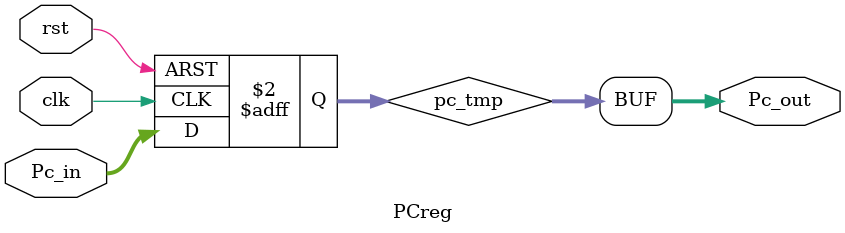
<source format=v>
`timescale 1ns / 1ps

/* PCreg£¬¸üÐÂPCµÄÖµ */
module PCreg(
    input clk,
    input rst,
    input [31:0] Pc_in,
    output [31:0] Pc_out
    );
    
    reg [31:0] pc_tmp;
	
    always @(posedge clk or posedge rst) begin
        if (rst) begin
            pc_tmp <= 32'h00400000;
        end
        else begin
            pc_tmp <= Pc_in;
        end
    end
    
    assign Pc_out = pc_tmp;

endmodule

</source>
